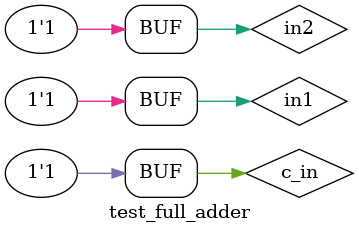
<source format=v>

`include "full_adder.v"

module test_full_adder();
  
  reg in1 = 0;
  reg in2 = 0;
  reg c_in = 0;

  wire sum_out;
  wire c_out;
  
  full_adder full_adder(
    .a(in1),
    .b(in2),
    .carry_in(c_in),
    .sum(sum_out),
    .carry_out(c_out)
  );
  
  initial
    begin
      in1 = 1'b0;
      in2 = 1'b0;
      c_in = 1'b0;
      #10;
      
      in1 = 1'b0;
      in2 = 1'b0;
      c_in = 1'b1;
      #10;
      
      in1 = 1'b0;
      in2 = 1'b1;
      c_in = 1'b0;
      #10;
      
      in1 = 1'b0;
      in2 = 1'b1;
      c_in = 1'b1;
      #10;
      
      in1 = 1'b1;
      in2 = 1'b0;
      c_in = 1'b0;
      #10;
      
      in1 = 1'b1;
      in2 = 1'b0;
      c_in = 1'b1;
      #10;
      
      in1 = 1'b1;
      in2 = 1'b1;
      c_in = 1'b0;
      #10;
      
      in1 = 1'b1;
      in2 = 1'b1;
      c_in = 1'b1;
      #10;  
      
    end
endmodule  // full adder
</source>
